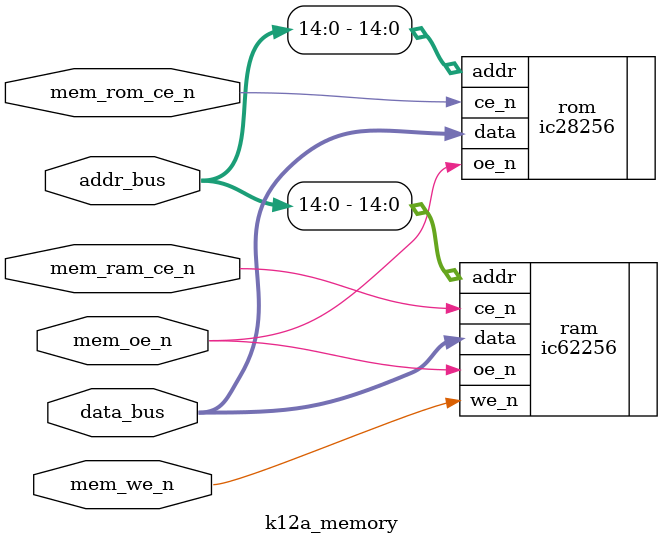
<source format=sv>
`include "iverilog-compat.inc.sv"
`include "k12a.inc.sv"

module k12a_memory(
    input   logic               mem_rom_ce_n,
    input   logic               mem_ram_ce_n,
    input   logic               mem_oe_n,
    input   logic               mem_we_n,

    inout   wire [15:0]         addr_bus,
    inout   wire [7:0]          data_bus
);

    parameter ROM_INIT_FILE = "";

    ic28256 #(
        .INIT_FILE(ROM_INIT_FILE)
    ) rom(
        .addr(addr_bus[14:0]),
        .data(data_bus),
        .ce_n(mem_rom_ce_n),
        .oe_n(mem_oe_n)
    );

    ic62256 ram(
        .addr(addr_bus[14:0]),
        .data(data_bus),
        .ce_n(mem_ram_ce_n),
        .oe_n(mem_oe_n),
        .we_n(mem_we_n)
    );

endmodule

</source>
